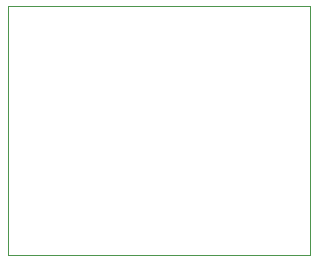
<source format=gbr>
%TF.GenerationSoftware,KiCad,Pcbnew,6.0.0*%
%TF.CreationDate,2022-01-12T15:09:48-07:00*%
%TF.ProjectId,cr3-power-regulator,6372332d-706f-4776-9572-2d726567756c,rev?*%
%TF.SameCoordinates,Original*%
%TF.FileFunction,Profile,NP*%
%FSLAX46Y46*%
G04 Gerber Fmt 4.6, Leading zero omitted, Abs format (unit mm)*
G04 Created by KiCad (PCBNEW 6.0.0) date 2022-01-12 15:09:48*
%MOMM*%
%LPD*%
G01*
G04 APERTURE LIST*
%TA.AperFunction,Profile*%
%ADD10C,0.100000*%
%TD*%
G04 APERTURE END LIST*
D10*
X163731108Y-70773106D02*
X189254407Y-70773106D01*
X189254407Y-70773106D02*
X189254407Y-91843892D01*
X189254407Y-91843892D02*
X163731108Y-91843892D01*
X163731108Y-91843892D02*
X163731108Y-70773106D01*
M02*

</source>
